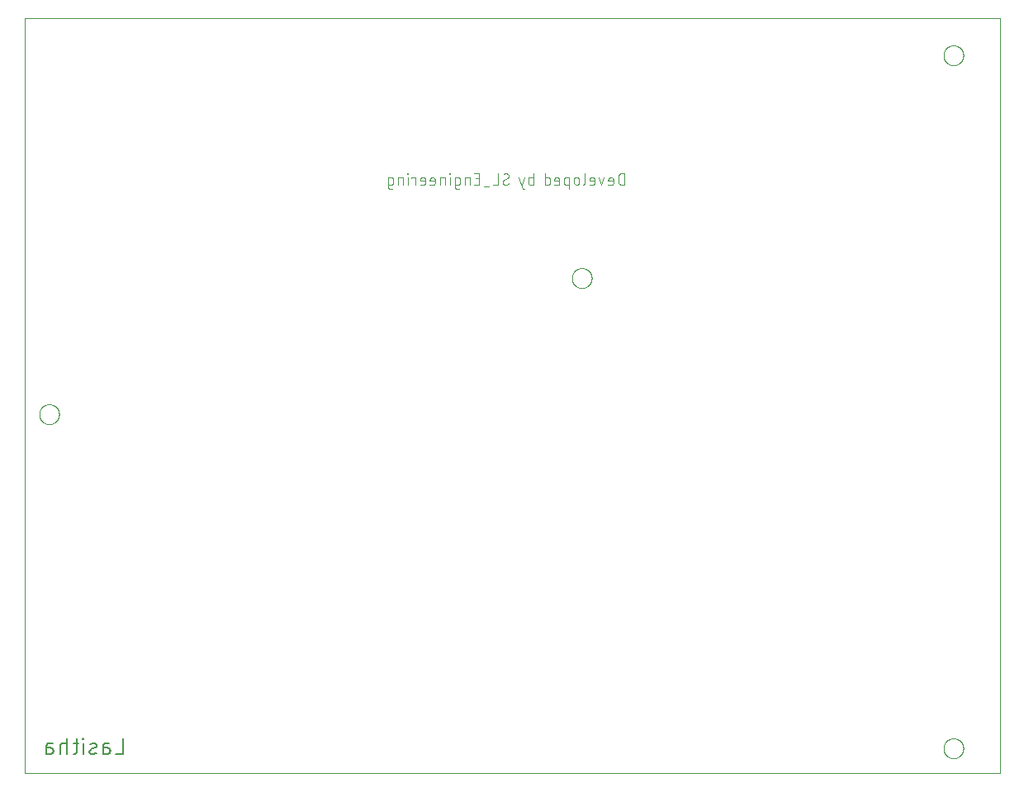
<source format=gbo>
G04 EAGLE Gerber X2 export*
%TF.Part,Single*%
%TF.FileFunction,Other,Silk bottom*%
%TF.FilePolarity,Positive*%
%TF.GenerationSoftware,Autodesk,EAGLE,8.7.0*%
%TF.CreationDate,2019-08-22T10:02:17Z*%
G75*
%MOMM*%
%FSLAX34Y34*%
%LPD*%
%AMOC8*
5,1,8,0,0,1.08239X$1,22.5*%
G01*
%ADD10C,0.000000*%
%ADD11C,0.101600*%
%ADD12C,0.152400*%


D10*
X0Y25400D02*
X1000000Y25400D01*
X1000000Y800000D01*
X0Y800000D01*
X0Y25400D01*
X942340Y762000D02*
X942343Y762249D01*
X942352Y762499D01*
X942368Y762747D01*
X942389Y762996D01*
X942416Y763244D01*
X942450Y763491D01*
X942490Y763737D01*
X942535Y763982D01*
X942587Y764226D01*
X942644Y764469D01*
X942708Y764710D01*
X942777Y764949D01*
X942853Y765187D01*
X942934Y765423D01*
X943021Y765657D01*
X943113Y765888D01*
X943212Y766117D01*
X943315Y766344D01*
X943425Y766568D01*
X943540Y766789D01*
X943660Y767008D01*
X943785Y767223D01*
X943916Y767436D01*
X944052Y767645D01*
X944193Y767850D01*
X944339Y768052D01*
X944490Y768251D01*
X944646Y768445D01*
X944807Y768636D01*
X944972Y768823D01*
X945142Y769006D01*
X945316Y769184D01*
X945494Y769358D01*
X945677Y769528D01*
X945864Y769693D01*
X946055Y769854D01*
X946249Y770010D01*
X946448Y770161D01*
X946650Y770307D01*
X946855Y770448D01*
X947064Y770584D01*
X947277Y770715D01*
X947492Y770840D01*
X947711Y770960D01*
X947932Y771075D01*
X948156Y771185D01*
X948383Y771288D01*
X948612Y771387D01*
X948843Y771479D01*
X949077Y771566D01*
X949313Y771647D01*
X949551Y771723D01*
X949790Y771792D01*
X950031Y771856D01*
X950274Y771913D01*
X950518Y771965D01*
X950763Y772010D01*
X951009Y772050D01*
X951256Y772084D01*
X951504Y772111D01*
X951753Y772132D01*
X952001Y772148D01*
X952251Y772157D01*
X952500Y772160D01*
X952749Y772157D01*
X952999Y772148D01*
X953247Y772132D01*
X953496Y772111D01*
X953744Y772084D01*
X953991Y772050D01*
X954237Y772010D01*
X954482Y771965D01*
X954726Y771913D01*
X954969Y771856D01*
X955210Y771792D01*
X955449Y771723D01*
X955687Y771647D01*
X955923Y771566D01*
X956157Y771479D01*
X956388Y771387D01*
X956617Y771288D01*
X956844Y771185D01*
X957068Y771075D01*
X957289Y770960D01*
X957508Y770840D01*
X957723Y770715D01*
X957936Y770584D01*
X958145Y770448D01*
X958350Y770307D01*
X958552Y770161D01*
X958751Y770010D01*
X958945Y769854D01*
X959136Y769693D01*
X959323Y769528D01*
X959506Y769358D01*
X959684Y769184D01*
X959858Y769006D01*
X960028Y768823D01*
X960193Y768636D01*
X960354Y768445D01*
X960510Y768251D01*
X960661Y768052D01*
X960807Y767850D01*
X960948Y767645D01*
X961084Y767436D01*
X961215Y767223D01*
X961340Y767008D01*
X961460Y766789D01*
X961575Y766568D01*
X961685Y766344D01*
X961788Y766117D01*
X961887Y765888D01*
X961979Y765657D01*
X962066Y765423D01*
X962147Y765187D01*
X962223Y764949D01*
X962292Y764710D01*
X962356Y764469D01*
X962413Y764226D01*
X962465Y763982D01*
X962510Y763737D01*
X962550Y763491D01*
X962584Y763244D01*
X962611Y762996D01*
X962632Y762747D01*
X962648Y762499D01*
X962657Y762249D01*
X962660Y762000D01*
X962657Y761751D01*
X962648Y761501D01*
X962632Y761253D01*
X962611Y761004D01*
X962584Y760756D01*
X962550Y760509D01*
X962510Y760263D01*
X962465Y760018D01*
X962413Y759774D01*
X962356Y759531D01*
X962292Y759290D01*
X962223Y759051D01*
X962147Y758813D01*
X962066Y758577D01*
X961979Y758343D01*
X961887Y758112D01*
X961788Y757883D01*
X961685Y757656D01*
X961575Y757432D01*
X961460Y757211D01*
X961340Y756992D01*
X961215Y756777D01*
X961084Y756564D01*
X960948Y756355D01*
X960807Y756150D01*
X960661Y755948D01*
X960510Y755749D01*
X960354Y755555D01*
X960193Y755364D01*
X960028Y755177D01*
X959858Y754994D01*
X959684Y754816D01*
X959506Y754642D01*
X959323Y754472D01*
X959136Y754307D01*
X958945Y754146D01*
X958751Y753990D01*
X958552Y753839D01*
X958350Y753693D01*
X958145Y753552D01*
X957936Y753416D01*
X957723Y753285D01*
X957508Y753160D01*
X957289Y753040D01*
X957068Y752925D01*
X956844Y752815D01*
X956617Y752712D01*
X956388Y752613D01*
X956157Y752521D01*
X955923Y752434D01*
X955687Y752353D01*
X955449Y752277D01*
X955210Y752208D01*
X954969Y752144D01*
X954726Y752087D01*
X954482Y752035D01*
X954237Y751990D01*
X953991Y751950D01*
X953744Y751916D01*
X953496Y751889D01*
X953247Y751868D01*
X952999Y751852D01*
X952749Y751843D01*
X952500Y751840D01*
X952251Y751843D01*
X952001Y751852D01*
X951753Y751868D01*
X951504Y751889D01*
X951256Y751916D01*
X951009Y751950D01*
X950763Y751990D01*
X950518Y752035D01*
X950274Y752087D01*
X950031Y752144D01*
X949790Y752208D01*
X949551Y752277D01*
X949313Y752353D01*
X949077Y752434D01*
X948843Y752521D01*
X948612Y752613D01*
X948383Y752712D01*
X948156Y752815D01*
X947932Y752925D01*
X947711Y753040D01*
X947492Y753160D01*
X947277Y753285D01*
X947064Y753416D01*
X946855Y753552D01*
X946650Y753693D01*
X946448Y753839D01*
X946249Y753990D01*
X946055Y754146D01*
X945864Y754307D01*
X945677Y754472D01*
X945494Y754642D01*
X945316Y754816D01*
X945142Y754994D01*
X944972Y755177D01*
X944807Y755364D01*
X944646Y755555D01*
X944490Y755749D01*
X944339Y755948D01*
X944193Y756150D01*
X944052Y756355D01*
X943916Y756564D01*
X943785Y756777D01*
X943660Y756992D01*
X943540Y757211D01*
X943425Y757432D01*
X943315Y757656D01*
X943212Y757883D01*
X943113Y758112D01*
X943021Y758343D01*
X942934Y758577D01*
X942853Y758813D01*
X942777Y759051D01*
X942708Y759290D01*
X942644Y759531D01*
X942587Y759774D01*
X942535Y760018D01*
X942490Y760263D01*
X942450Y760509D01*
X942416Y760756D01*
X942389Y761004D01*
X942368Y761253D01*
X942352Y761501D01*
X942343Y761751D01*
X942340Y762000D01*
X15240Y393700D02*
X15243Y393949D01*
X15252Y394199D01*
X15268Y394447D01*
X15289Y394696D01*
X15316Y394944D01*
X15350Y395191D01*
X15390Y395437D01*
X15435Y395682D01*
X15487Y395926D01*
X15544Y396169D01*
X15608Y396410D01*
X15677Y396649D01*
X15753Y396887D01*
X15834Y397123D01*
X15921Y397357D01*
X16013Y397588D01*
X16112Y397817D01*
X16215Y398044D01*
X16325Y398268D01*
X16440Y398489D01*
X16560Y398708D01*
X16685Y398923D01*
X16816Y399136D01*
X16952Y399345D01*
X17093Y399550D01*
X17239Y399752D01*
X17390Y399951D01*
X17546Y400145D01*
X17707Y400336D01*
X17872Y400523D01*
X18042Y400706D01*
X18216Y400884D01*
X18394Y401058D01*
X18577Y401228D01*
X18764Y401393D01*
X18955Y401554D01*
X19149Y401710D01*
X19348Y401861D01*
X19550Y402007D01*
X19755Y402148D01*
X19964Y402284D01*
X20177Y402415D01*
X20392Y402540D01*
X20611Y402660D01*
X20832Y402775D01*
X21056Y402885D01*
X21283Y402988D01*
X21512Y403087D01*
X21743Y403179D01*
X21977Y403266D01*
X22213Y403347D01*
X22451Y403423D01*
X22690Y403492D01*
X22931Y403556D01*
X23174Y403613D01*
X23418Y403665D01*
X23663Y403710D01*
X23909Y403750D01*
X24156Y403784D01*
X24404Y403811D01*
X24653Y403832D01*
X24901Y403848D01*
X25151Y403857D01*
X25400Y403860D01*
X25649Y403857D01*
X25899Y403848D01*
X26147Y403832D01*
X26396Y403811D01*
X26644Y403784D01*
X26891Y403750D01*
X27137Y403710D01*
X27382Y403665D01*
X27626Y403613D01*
X27869Y403556D01*
X28110Y403492D01*
X28349Y403423D01*
X28587Y403347D01*
X28823Y403266D01*
X29057Y403179D01*
X29288Y403087D01*
X29517Y402988D01*
X29744Y402885D01*
X29968Y402775D01*
X30189Y402660D01*
X30408Y402540D01*
X30623Y402415D01*
X30836Y402284D01*
X31045Y402148D01*
X31250Y402007D01*
X31452Y401861D01*
X31651Y401710D01*
X31845Y401554D01*
X32036Y401393D01*
X32223Y401228D01*
X32406Y401058D01*
X32584Y400884D01*
X32758Y400706D01*
X32928Y400523D01*
X33093Y400336D01*
X33254Y400145D01*
X33410Y399951D01*
X33561Y399752D01*
X33707Y399550D01*
X33848Y399345D01*
X33984Y399136D01*
X34115Y398923D01*
X34240Y398708D01*
X34360Y398489D01*
X34475Y398268D01*
X34585Y398044D01*
X34688Y397817D01*
X34787Y397588D01*
X34879Y397357D01*
X34966Y397123D01*
X35047Y396887D01*
X35123Y396649D01*
X35192Y396410D01*
X35256Y396169D01*
X35313Y395926D01*
X35365Y395682D01*
X35410Y395437D01*
X35450Y395191D01*
X35484Y394944D01*
X35511Y394696D01*
X35532Y394447D01*
X35548Y394199D01*
X35557Y393949D01*
X35560Y393700D01*
X35557Y393451D01*
X35548Y393201D01*
X35532Y392953D01*
X35511Y392704D01*
X35484Y392456D01*
X35450Y392209D01*
X35410Y391963D01*
X35365Y391718D01*
X35313Y391474D01*
X35256Y391231D01*
X35192Y390990D01*
X35123Y390751D01*
X35047Y390513D01*
X34966Y390277D01*
X34879Y390043D01*
X34787Y389812D01*
X34688Y389583D01*
X34585Y389356D01*
X34475Y389132D01*
X34360Y388911D01*
X34240Y388692D01*
X34115Y388477D01*
X33984Y388264D01*
X33848Y388055D01*
X33707Y387850D01*
X33561Y387648D01*
X33410Y387449D01*
X33254Y387255D01*
X33093Y387064D01*
X32928Y386877D01*
X32758Y386694D01*
X32584Y386516D01*
X32406Y386342D01*
X32223Y386172D01*
X32036Y386007D01*
X31845Y385846D01*
X31651Y385690D01*
X31452Y385539D01*
X31250Y385393D01*
X31045Y385252D01*
X30836Y385116D01*
X30623Y384985D01*
X30408Y384860D01*
X30189Y384740D01*
X29968Y384625D01*
X29744Y384515D01*
X29517Y384412D01*
X29288Y384313D01*
X29057Y384221D01*
X28823Y384134D01*
X28587Y384053D01*
X28349Y383977D01*
X28110Y383908D01*
X27869Y383844D01*
X27626Y383787D01*
X27382Y383735D01*
X27137Y383690D01*
X26891Y383650D01*
X26644Y383616D01*
X26396Y383589D01*
X26147Y383568D01*
X25899Y383552D01*
X25649Y383543D01*
X25400Y383540D01*
X25151Y383543D01*
X24901Y383552D01*
X24653Y383568D01*
X24404Y383589D01*
X24156Y383616D01*
X23909Y383650D01*
X23663Y383690D01*
X23418Y383735D01*
X23174Y383787D01*
X22931Y383844D01*
X22690Y383908D01*
X22451Y383977D01*
X22213Y384053D01*
X21977Y384134D01*
X21743Y384221D01*
X21512Y384313D01*
X21283Y384412D01*
X21056Y384515D01*
X20832Y384625D01*
X20611Y384740D01*
X20392Y384860D01*
X20177Y384985D01*
X19964Y385116D01*
X19755Y385252D01*
X19550Y385393D01*
X19348Y385539D01*
X19149Y385690D01*
X18955Y385846D01*
X18764Y386007D01*
X18577Y386172D01*
X18394Y386342D01*
X18216Y386516D01*
X18042Y386694D01*
X17872Y386877D01*
X17707Y387064D01*
X17546Y387255D01*
X17390Y387449D01*
X17239Y387648D01*
X17093Y387850D01*
X16952Y388055D01*
X16816Y388264D01*
X16685Y388477D01*
X16560Y388692D01*
X16440Y388911D01*
X16325Y389132D01*
X16215Y389356D01*
X16112Y389583D01*
X16013Y389812D01*
X15921Y390043D01*
X15834Y390277D01*
X15753Y390513D01*
X15677Y390751D01*
X15608Y390990D01*
X15544Y391231D01*
X15487Y391474D01*
X15435Y391718D01*
X15390Y391963D01*
X15350Y392209D01*
X15316Y392456D01*
X15289Y392704D01*
X15268Y392953D01*
X15252Y393201D01*
X15243Y393451D01*
X15240Y393700D01*
X942340Y50800D02*
X942343Y51049D01*
X942352Y51299D01*
X942368Y51547D01*
X942389Y51796D01*
X942416Y52044D01*
X942450Y52291D01*
X942490Y52537D01*
X942535Y52782D01*
X942587Y53026D01*
X942644Y53269D01*
X942708Y53510D01*
X942777Y53749D01*
X942853Y53987D01*
X942934Y54223D01*
X943021Y54457D01*
X943113Y54688D01*
X943212Y54917D01*
X943315Y55144D01*
X943425Y55368D01*
X943540Y55589D01*
X943660Y55808D01*
X943785Y56023D01*
X943916Y56236D01*
X944052Y56445D01*
X944193Y56650D01*
X944339Y56852D01*
X944490Y57051D01*
X944646Y57245D01*
X944807Y57436D01*
X944972Y57623D01*
X945142Y57806D01*
X945316Y57984D01*
X945494Y58158D01*
X945677Y58328D01*
X945864Y58493D01*
X946055Y58654D01*
X946249Y58810D01*
X946448Y58961D01*
X946650Y59107D01*
X946855Y59248D01*
X947064Y59384D01*
X947277Y59515D01*
X947492Y59640D01*
X947711Y59760D01*
X947932Y59875D01*
X948156Y59985D01*
X948383Y60088D01*
X948612Y60187D01*
X948843Y60279D01*
X949077Y60366D01*
X949313Y60447D01*
X949551Y60523D01*
X949790Y60592D01*
X950031Y60656D01*
X950274Y60713D01*
X950518Y60765D01*
X950763Y60810D01*
X951009Y60850D01*
X951256Y60884D01*
X951504Y60911D01*
X951753Y60932D01*
X952001Y60948D01*
X952251Y60957D01*
X952500Y60960D01*
X952749Y60957D01*
X952999Y60948D01*
X953247Y60932D01*
X953496Y60911D01*
X953744Y60884D01*
X953991Y60850D01*
X954237Y60810D01*
X954482Y60765D01*
X954726Y60713D01*
X954969Y60656D01*
X955210Y60592D01*
X955449Y60523D01*
X955687Y60447D01*
X955923Y60366D01*
X956157Y60279D01*
X956388Y60187D01*
X956617Y60088D01*
X956844Y59985D01*
X957068Y59875D01*
X957289Y59760D01*
X957508Y59640D01*
X957723Y59515D01*
X957936Y59384D01*
X958145Y59248D01*
X958350Y59107D01*
X958552Y58961D01*
X958751Y58810D01*
X958945Y58654D01*
X959136Y58493D01*
X959323Y58328D01*
X959506Y58158D01*
X959684Y57984D01*
X959858Y57806D01*
X960028Y57623D01*
X960193Y57436D01*
X960354Y57245D01*
X960510Y57051D01*
X960661Y56852D01*
X960807Y56650D01*
X960948Y56445D01*
X961084Y56236D01*
X961215Y56023D01*
X961340Y55808D01*
X961460Y55589D01*
X961575Y55368D01*
X961685Y55144D01*
X961788Y54917D01*
X961887Y54688D01*
X961979Y54457D01*
X962066Y54223D01*
X962147Y53987D01*
X962223Y53749D01*
X962292Y53510D01*
X962356Y53269D01*
X962413Y53026D01*
X962465Y52782D01*
X962510Y52537D01*
X962550Y52291D01*
X962584Y52044D01*
X962611Y51796D01*
X962632Y51547D01*
X962648Y51299D01*
X962657Y51049D01*
X962660Y50800D01*
X962657Y50551D01*
X962648Y50301D01*
X962632Y50053D01*
X962611Y49804D01*
X962584Y49556D01*
X962550Y49309D01*
X962510Y49063D01*
X962465Y48818D01*
X962413Y48574D01*
X962356Y48331D01*
X962292Y48090D01*
X962223Y47851D01*
X962147Y47613D01*
X962066Y47377D01*
X961979Y47143D01*
X961887Y46912D01*
X961788Y46683D01*
X961685Y46456D01*
X961575Y46232D01*
X961460Y46011D01*
X961340Y45792D01*
X961215Y45577D01*
X961084Y45364D01*
X960948Y45155D01*
X960807Y44950D01*
X960661Y44748D01*
X960510Y44549D01*
X960354Y44355D01*
X960193Y44164D01*
X960028Y43977D01*
X959858Y43794D01*
X959684Y43616D01*
X959506Y43442D01*
X959323Y43272D01*
X959136Y43107D01*
X958945Y42946D01*
X958751Y42790D01*
X958552Y42639D01*
X958350Y42493D01*
X958145Y42352D01*
X957936Y42216D01*
X957723Y42085D01*
X957508Y41960D01*
X957289Y41840D01*
X957068Y41725D01*
X956844Y41615D01*
X956617Y41512D01*
X956388Y41413D01*
X956157Y41321D01*
X955923Y41234D01*
X955687Y41153D01*
X955449Y41077D01*
X955210Y41008D01*
X954969Y40944D01*
X954726Y40887D01*
X954482Y40835D01*
X954237Y40790D01*
X953991Y40750D01*
X953744Y40716D01*
X953496Y40689D01*
X953247Y40668D01*
X952999Y40652D01*
X952749Y40643D01*
X952500Y40640D01*
X952251Y40643D01*
X952001Y40652D01*
X951753Y40668D01*
X951504Y40689D01*
X951256Y40716D01*
X951009Y40750D01*
X950763Y40790D01*
X950518Y40835D01*
X950274Y40887D01*
X950031Y40944D01*
X949790Y41008D01*
X949551Y41077D01*
X949313Y41153D01*
X949077Y41234D01*
X948843Y41321D01*
X948612Y41413D01*
X948383Y41512D01*
X948156Y41615D01*
X947932Y41725D01*
X947711Y41840D01*
X947492Y41960D01*
X947277Y42085D01*
X947064Y42216D01*
X946855Y42352D01*
X946650Y42493D01*
X946448Y42639D01*
X946249Y42790D01*
X946055Y42946D01*
X945864Y43107D01*
X945677Y43272D01*
X945494Y43442D01*
X945316Y43616D01*
X945142Y43794D01*
X944972Y43977D01*
X944807Y44164D01*
X944646Y44355D01*
X944490Y44549D01*
X944339Y44748D01*
X944193Y44950D01*
X944052Y45155D01*
X943916Y45364D01*
X943785Y45577D01*
X943660Y45792D01*
X943540Y46011D01*
X943425Y46232D01*
X943315Y46456D01*
X943212Y46683D01*
X943113Y46912D01*
X943021Y47143D01*
X942934Y47377D01*
X942853Y47613D01*
X942777Y47851D01*
X942708Y48090D01*
X942644Y48331D01*
X942587Y48574D01*
X942535Y48818D01*
X942490Y49063D01*
X942450Y49309D01*
X942416Y49556D01*
X942389Y49804D01*
X942368Y50053D01*
X942352Y50301D01*
X942343Y50551D01*
X942340Y50800D01*
X561340Y533400D02*
X561343Y533649D01*
X561352Y533899D01*
X561368Y534147D01*
X561389Y534396D01*
X561416Y534644D01*
X561450Y534891D01*
X561490Y535137D01*
X561535Y535382D01*
X561587Y535626D01*
X561644Y535869D01*
X561708Y536110D01*
X561777Y536349D01*
X561853Y536587D01*
X561934Y536823D01*
X562021Y537057D01*
X562113Y537288D01*
X562212Y537517D01*
X562315Y537744D01*
X562425Y537968D01*
X562540Y538189D01*
X562660Y538408D01*
X562785Y538623D01*
X562916Y538836D01*
X563052Y539045D01*
X563193Y539250D01*
X563339Y539452D01*
X563490Y539651D01*
X563646Y539845D01*
X563807Y540036D01*
X563972Y540223D01*
X564142Y540406D01*
X564316Y540584D01*
X564494Y540758D01*
X564677Y540928D01*
X564864Y541093D01*
X565055Y541254D01*
X565249Y541410D01*
X565448Y541561D01*
X565650Y541707D01*
X565855Y541848D01*
X566064Y541984D01*
X566277Y542115D01*
X566492Y542240D01*
X566711Y542360D01*
X566932Y542475D01*
X567156Y542585D01*
X567383Y542688D01*
X567612Y542787D01*
X567843Y542879D01*
X568077Y542966D01*
X568313Y543047D01*
X568551Y543123D01*
X568790Y543192D01*
X569031Y543256D01*
X569274Y543313D01*
X569518Y543365D01*
X569763Y543410D01*
X570009Y543450D01*
X570256Y543484D01*
X570504Y543511D01*
X570753Y543532D01*
X571001Y543548D01*
X571251Y543557D01*
X571500Y543560D01*
X571749Y543557D01*
X571999Y543548D01*
X572247Y543532D01*
X572496Y543511D01*
X572744Y543484D01*
X572991Y543450D01*
X573237Y543410D01*
X573482Y543365D01*
X573726Y543313D01*
X573969Y543256D01*
X574210Y543192D01*
X574449Y543123D01*
X574687Y543047D01*
X574923Y542966D01*
X575157Y542879D01*
X575388Y542787D01*
X575617Y542688D01*
X575844Y542585D01*
X576068Y542475D01*
X576289Y542360D01*
X576508Y542240D01*
X576723Y542115D01*
X576936Y541984D01*
X577145Y541848D01*
X577350Y541707D01*
X577552Y541561D01*
X577751Y541410D01*
X577945Y541254D01*
X578136Y541093D01*
X578323Y540928D01*
X578506Y540758D01*
X578684Y540584D01*
X578858Y540406D01*
X579028Y540223D01*
X579193Y540036D01*
X579354Y539845D01*
X579510Y539651D01*
X579661Y539452D01*
X579807Y539250D01*
X579948Y539045D01*
X580084Y538836D01*
X580215Y538623D01*
X580340Y538408D01*
X580460Y538189D01*
X580575Y537968D01*
X580685Y537744D01*
X580788Y537517D01*
X580887Y537288D01*
X580979Y537057D01*
X581066Y536823D01*
X581147Y536587D01*
X581223Y536349D01*
X581292Y536110D01*
X581356Y535869D01*
X581413Y535626D01*
X581465Y535382D01*
X581510Y535137D01*
X581550Y534891D01*
X581584Y534644D01*
X581611Y534396D01*
X581632Y534147D01*
X581648Y533899D01*
X581657Y533649D01*
X581660Y533400D01*
X581657Y533151D01*
X581648Y532901D01*
X581632Y532653D01*
X581611Y532404D01*
X581584Y532156D01*
X581550Y531909D01*
X581510Y531663D01*
X581465Y531418D01*
X581413Y531174D01*
X581356Y530931D01*
X581292Y530690D01*
X581223Y530451D01*
X581147Y530213D01*
X581066Y529977D01*
X580979Y529743D01*
X580887Y529512D01*
X580788Y529283D01*
X580685Y529056D01*
X580575Y528832D01*
X580460Y528611D01*
X580340Y528392D01*
X580215Y528177D01*
X580084Y527964D01*
X579948Y527755D01*
X579807Y527550D01*
X579661Y527348D01*
X579510Y527149D01*
X579354Y526955D01*
X579193Y526764D01*
X579028Y526577D01*
X578858Y526394D01*
X578684Y526216D01*
X578506Y526042D01*
X578323Y525872D01*
X578136Y525707D01*
X577945Y525546D01*
X577751Y525390D01*
X577552Y525239D01*
X577350Y525093D01*
X577145Y524952D01*
X576936Y524816D01*
X576723Y524685D01*
X576508Y524560D01*
X576289Y524440D01*
X576068Y524325D01*
X575844Y524215D01*
X575617Y524112D01*
X575388Y524013D01*
X575157Y523921D01*
X574923Y523834D01*
X574687Y523753D01*
X574449Y523677D01*
X574210Y523608D01*
X573969Y523544D01*
X573726Y523487D01*
X573482Y523435D01*
X573237Y523390D01*
X572991Y523350D01*
X572744Y523316D01*
X572496Y523289D01*
X572247Y523268D01*
X571999Y523252D01*
X571749Y523243D01*
X571500Y523240D01*
X571251Y523243D01*
X571001Y523252D01*
X570753Y523268D01*
X570504Y523289D01*
X570256Y523316D01*
X570009Y523350D01*
X569763Y523390D01*
X569518Y523435D01*
X569274Y523487D01*
X569031Y523544D01*
X568790Y523608D01*
X568551Y523677D01*
X568313Y523753D01*
X568077Y523834D01*
X567843Y523921D01*
X567612Y524013D01*
X567383Y524112D01*
X567156Y524215D01*
X566932Y524325D01*
X566711Y524440D01*
X566492Y524560D01*
X566277Y524685D01*
X566064Y524816D01*
X565855Y524952D01*
X565650Y525093D01*
X565448Y525239D01*
X565249Y525390D01*
X565055Y525546D01*
X564864Y525707D01*
X564677Y525872D01*
X564494Y526042D01*
X564316Y526216D01*
X564142Y526394D01*
X563972Y526577D01*
X563807Y526764D01*
X563646Y526955D01*
X563490Y527149D01*
X563339Y527348D01*
X563193Y527550D01*
X563052Y527755D01*
X562916Y527964D01*
X562785Y528177D01*
X562660Y528392D01*
X562540Y528611D01*
X562425Y528832D01*
X562315Y529056D01*
X562212Y529283D01*
X562113Y529512D01*
X562021Y529743D01*
X561934Y529977D01*
X561853Y530213D01*
X561777Y530451D01*
X561708Y530690D01*
X561644Y530931D01*
X561587Y531174D01*
X561535Y531418D01*
X561490Y531663D01*
X561450Y531909D01*
X561416Y532156D01*
X561389Y532404D01*
X561368Y532653D01*
X561352Y532901D01*
X561343Y533151D01*
X561340Y533400D01*
D11*
X615442Y629158D02*
X615442Y640842D01*
X612196Y640842D01*
X612083Y640840D01*
X611970Y640834D01*
X611857Y640824D01*
X611744Y640810D01*
X611632Y640793D01*
X611521Y640771D01*
X611411Y640746D01*
X611301Y640716D01*
X611193Y640683D01*
X611086Y640646D01*
X610980Y640606D01*
X610876Y640561D01*
X610773Y640513D01*
X610672Y640462D01*
X610573Y640407D01*
X610476Y640349D01*
X610381Y640287D01*
X610288Y640222D01*
X610198Y640154D01*
X610110Y640083D01*
X610024Y640008D01*
X609941Y639931D01*
X609861Y639851D01*
X609784Y639768D01*
X609709Y639682D01*
X609638Y639594D01*
X609570Y639504D01*
X609505Y639411D01*
X609443Y639316D01*
X609385Y639219D01*
X609330Y639120D01*
X609279Y639019D01*
X609231Y638916D01*
X609186Y638812D01*
X609146Y638706D01*
X609109Y638599D01*
X609076Y638491D01*
X609046Y638381D01*
X609021Y638271D01*
X608999Y638160D01*
X608982Y638048D01*
X608968Y637935D01*
X608958Y637822D01*
X608952Y637709D01*
X608950Y637596D01*
X608951Y637596D02*
X608951Y632404D01*
X608950Y632404D02*
X608952Y632291D01*
X608958Y632178D01*
X608968Y632065D01*
X608982Y631952D01*
X608999Y631840D01*
X609021Y631729D01*
X609046Y631619D01*
X609076Y631509D01*
X609109Y631401D01*
X609146Y631294D01*
X609186Y631188D01*
X609231Y631084D01*
X609279Y630981D01*
X609330Y630880D01*
X609385Y630781D01*
X609443Y630684D01*
X609505Y630589D01*
X609570Y630496D01*
X609638Y630406D01*
X609709Y630318D01*
X609784Y630232D01*
X609861Y630149D01*
X609941Y630069D01*
X610024Y629992D01*
X610110Y629917D01*
X610198Y629846D01*
X610288Y629778D01*
X610381Y629713D01*
X610476Y629651D01*
X610573Y629593D01*
X610672Y629538D01*
X610773Y629487D01*
X610876Y629439D01*
X610980Y629394D01*
X611086Y629354D01*
X611193Y629317D01*
X611301Y629284D01*
X611411Y629254D01*
X611521Y629229D01*
X611632Y629207D01*
X611744Y629190D01*
X611857Y629176D01*
X611970Y629166D01*
X612083Y629160D01*
X612196Y629158D01*
X615442Y629158D01*
X601797Y629158D02*
X598551Y629158D01*
X601797Y629158D02*
X601884Y629160D01*
X601972Y629166D01*
X602058Y629176D01*
X602145Y629189D01*
X602230Y629207D01*
X602315Y629228D01*
X602399Y629253D01*
X602481Y629282D01*
X602562Y629315D01*
X602642Y629351D01*
X602720Y629390D01*
X602796Y629434D01*
X602870Y629480D01*
X602941Y629530D01*
X603011Y629583D01*
X603078Y629639D01*
X603142Y629698D01*
X603204Y629760D01*
X603263Y629824D01*
X603319Y629891D01*
X603372Y629961D01*
X603422Y630032D01*
X603468Y630106D01*
X603512Y630182D01*
X603551Y630260D01*
X603587Y630340D01*
X603620Y630421D01*
X603649Y630503D01*
X603674Y630587D01*
X603695Y630672D01*
X603713Y630757D01*
X603726Y630844D01*
X603736Y630930D01*
X603742Y631018D01*
X603744Y631105D01*
X603744Y634351D01*
X603743Y634351D02*
X603741Y634452D01*
X603735Y634552D01*
X603725Y634652D01*
X603712Y634752D01*
X603694Y634851D01*
X603673Y634950D01*
X603648Y635047D01*
X603619Y635144D01*
X603586Y635239D01*
X603550Y635333D01*
X603510Y635425D01*
X603467Y635516D01*
X603420Y635605D01*
X603370Y635692D01*
X603316Y635778D01*
X603259Y635861D01*
X603199Y635941D01*
X603136Y636020D01*
X603069Y636096D01*
X603000Y636169D01*
X602928Y636239D01*
X602854Y636307D01*
X602777Y636372D01*
X602697Y636433D01*
X602615Y636492D01*
X602531Y636547D01*
X602445Y636599D01*
X602357Y636648D01*
X602267Y636693D01*
X602175Y636735D01*
X602082Y636773D01*
X601987Y636807D01*
X601892Y636838D01*
X601795Y636865D01*
X601697Y636888D01*
X601598Y636908D01*
X601498Y636923D01*
X601398Y636935D01*
X601298Y636943D01*
X601197Y636947D01*
X601097Y636947D01*
X600996Y636943D01*
X600896Y636935D01*
X600796Y636923D01*
X600696Y636908D01*
X600597Y636888D01*
X600499Y636865D01*
X600402Y636838D01*
X600307Y636807D01*
X600212Y636773D01*
X600119Y636735D01*
X600027Y636693D01*
X599937Y636648D01*
X599849Y636599D01*
X599763Y636547D01*
X599679Y636492D01*
X599597Y636433D01*
X599517Y636372D01*
X599440Y636307D01*
X599366Y636239D01*
X599294Y636169D01*
X599225Y636096D01*
X599158Y636020D01*
X599095Y635941D01*
X599035Y635861D01*
X598978Y635778D01*
X598924Y635692D01*
X598874Y635605D01*
X598827Y635516D01*
X598784Y635425D01*
X598744Y635333D01*
X598708Y635239D01*
X598675Y635144D01*
X598646Y635047D01*
X598621Y634950D01*
X598600Y634851D01*
X598582Y634752D01*
X598569Y634652D01*
X598559Y634552D01*
X598553Y634452D01*
X598551Y634351D01*
X598551Y633053D01*
X603744Y633053D01*
X594219Y636947D02*
X591622Y629158D01*
X589026Y636947D01*
X582747Y629158D02*
X579501Y629158D01*
X582747Y629158D02*
X582834Y629160D01*
X582922Y629166D01*
X583008Y629176D01*
X583095Y629189D01*
X583180Y629207D01*
X583265Y629228D01*
X583349Y629253D01*
X583431Y629282D01*
X583512Y629315D01*
X583592Y629351D01*
X583670Y629390D01*
X583746Y629434D01*
X583820Y629480D01*
X583891Y629530D01*
X583961Y629583D01*
X584028Y629639D01*
X584092Y629698D01*
X584154Y629760D01*
X584213Y629824D01*
X584269Y629891D01*
X584322Y629961D01*
X584372Y630032D01*
X584418Y630106D01*
X584462Y630182D01*
X584501Y630260D01*
X584537Y630340D01*
X584570Y630421D01*
X584599Y630503D01*
X584624Y630587D01*
X584645Y630672D01*
X584663Y630757D01*
X584676Y630844D01*
X584686Y630930D01*
X584692Y631018D01*
X584694Y631105D01*
X584694Y634351D01*
X584693Y634351D02*
X584691Y634452D01*
X584685Y634552D01*
X584675Y634652D01*
X584662Y634752D01*
X584644Y634851D01*
X584623Y634950D01*
X584598Y635047D01*
X584569Y635144D01*
X584536Y635239D01*
X584500Y635333D01*
X584460Y635425D01*
X584417Y635516D01*
X584370Y635605D01*
X584320Y635692D01*
X584266Y635778D01*
X584209Y635861D01*
X584149Y635941D01*
X584086Y636020D01*
X584019Y636096D01*
X583950Y636169D01*
X583878Y636239D01*
X583804Y636307D01*
X583727Y636372D01*
X583647Y636433D01*
X583565Y636492D01*
X583481Y636547D01*
X583395Y636599D01*
X583307Y636648D01*
X583217Y636693D01*
X583125Y636735D01*
X583032Y636773D01*
X582937Y636807D01*
X582842Y636838D01*
X582745Y636865D01*
X582647Y636888D01*
X582548Y636908D01*
X582448Y636923D01*
X582348Y636935D01*
X582248Y636943D01*
X582147Y636947D01*
X582047Y636947D01*
X581946Y636943D01*
X581846Y636935D01*
X581746Y636923D01*
X581646Y636908D01*
X581547Y636888D01*
X581449Y636865D01*
X581352Y636838D01*
X581257Y636807D01*
X581162Y636773D01*
X581069Y636735D01*
X580977Y636693D01*
X580887Y636648D01*
X580799Y636599D01*
X580713Y636547D01*
X580629Y636492D01*
X580547Y636433D01*
X580467Y636372D01*
X580390Y636307D01*
X580316Y636239D01*
X580244Y636169D01*
X580175Y636096D01*
X580108Y636020D01*
X580045Y635941D01*
X579985Y635861D01*
X579928Y635778D01*
X579874Y635692D01*
X579824Y635605D01*
X579777Y635516D01*
X579734Y635425D01*
X579694Y635333D01*
X579658Y635239D01*
X579625Y635144D01*
X579596Y635047D01*
X579571Y634950D01*
X579550Y634851D01*
X579532Y634752D01*
X579519Y634652D01*
X579509Y634552D01*
X579503Y634452D01*
X579501Y634351D01*
X579501Y633053D01*
X584694Y633053D01*
X574638Y631105D02*
X574638Y640842D01*
X574638Y631105D02*
X574636Y631018D01*
X574630Y630930D01*
X574620Y630844D01*
X574607Y630757D01*
X574589Y630672D01*
X574568Y630587D01*
X574543Y630503D01*
X574514Y630421D01*
X574481Y630340D01*
X574445Y630260D01*
X574406Y630182D01*
X574362Y630106D01*
X574316Y630032D01*
X574266Y629961D01*
X574213Y629891D01*
X574157Y629824D01*
X574098Y629760D01*
X574036Y629698D01*
X573972Y629639D01*
X573905Y629583D01*
X573835Y629530D01*
X573764Y629480D01*
X573690Y629434D01*
X573614Y629390D01*
X573536Y629351D01*
X573456Y629315D01*
X573375Y629282D01*
X573293Y629253D01*
X573209Y629228D01*
X573124Y629207D01*
X573039Y629189D01*
X572952Y629176D01*
X572866Y629166D01*
X572778Y629160D01*
X572691Y629158D01*
X568692Y631754D02*
X568692Y634351D01*
X568690Y634452D01*
X568684Y634552D01*
X568674Y634652D01*
X568661Y634752D01*
X568643Y634851D01*
X568622Y634950D01*
X568597Y635047D01*
X568568Y635144D01*
X568535Y635239D01*
X568499Y635333D01*
X568459Y635425D01*
X568416Y635516D01*
X568369Y635605D01*
X568319Y635692D01*
X568265Y635778D01*
X568208Y635861D01*
X568148Y635941D01*
X568085Y636020D01*
X568018Y636096D01*
X567949Y636169D01*
X567877Y636239D01*
X567803Y636307D01*
X567726Y636372D01*
X567646Y636433D01*
X567564Y636492D01*
X567480Y636547D01*
X567394Y636599D01*
X567306Y636648D01*
X567216Y636693D01*
X567124Y636735D01*
X567031Y636773D01*
X566936Y636807D01*
X566841Y636838D01*
X566744Y636865D01*
X566646Y636888D01*
X566547Y636908D01*
X566447Y636923D01*
X566347Y636935D01*
X566247Y636943D01*
X566146Y636947D01*
X566046Y636947D01*
X565945Y636943D01*
X565845Y636935D01*
X565745Y636923D01*
X565645Y636908D01*
X565546Y636888D01*
X565448Y636865D01*
X565351Y636838D01*
X565256Y636807D01*
X565161Y636773D01*
X565068Y636735D01*
X564976Y636693D01*
X564886Y636648D01*
X564798Y636599D01*
X564712Y636547D01*
X564628Y636492D01*
X564546Y636433D01*
X564466Y636372D01*
X564389Y636307D01*
X564315Y636239D01*
X564243Y636169D01*
X564174Y636096D01*
X564107Y636020D01*
X564044Y635941D01*
X563984Y635861D01*
X563927Y635778D01*
X563873Y635692D01*
X563823Y635605D01*
X563776Y635516D01*
X563733Y635425D01*
X563693Y635333D01*
X563657Y635239D01*
X563624Y635144D01*
X563595Y635047D01*
X563570Y634950D01*
X563549Y634851D01*
X563531Y634752D01*
X563518Y634652D01*
X563508Y634552D01*
X563502Y634452D01*
X563500Y634351D01*
X563499Y634351D02*
X563499Y631754D01*
X563500Y631754D02*
X563502Y631653D01*
X563508Y631553D01*
X563518Y631453D01*
X563531Y631353D01*
X563549Y631254D01*
X563570Y631155D01*
X563595Y631058D01*
X563624Y630961D01*
X563657Y630866D01*
X563693Y630772D01*
X563733Y630680D01*
X563776Y630589D01*
X563823Y630500D01*
X563873Y630413D01*
X563927Y630327D01*
X563984Y630244D01*
X564044Y630164D01*
X564107Y630085D01*
X564174Y630009D01*
X564243Y629936D01*
X564315Y629866D01*
X564389Y629798D01*
X564466Y629733D01*
X564546Y629672D01*
X564628Y629613D01*
X564712Y629558D01*
X564798Y629506D01*
X564886Y629457D01*
X564976Y629412D01*
X565068Y629370D01*
X565161Y629332D01*
X565256Y629298D01*
X565351Y629267D01*
X565448Y629240D01*
X565546Y629217D01*
X565645Y629197D01*
X565745Y629182D01*
X565845Y629170D01*
X565945Y629162D01*
X566046Y629158D01*
X566146Y629158D01*
X566247Y629162D01*
X566347Y629170D01*
X566447Y629182D01*
X566547Y629197D01*
X566646Y629217D01*
X566744Y629240D01*
X566841Y629267D01*
X566936Y629298D01*
X567031Y629332D01*
X567124Y629370D01*
X567216Y629412D01*
X567306Y629457D01*
X567394Y629506D01*
X567480Y629558D01*
X567564Y629613D01*
X567646Y629672D01*
X567726Y629733D01*
X567803Y629798D01*
X567877Y629866D01*
X567949Y629936D01*
X568018Y630009D01*
X568085Y630085D01*
X568148Y630164D01*
X568208Y630244D01*
X568265Y630327D01*
X568319Y630413D01*
X568369Y630500D01*
X568416Y630589D01*
X568459Y630680D01*
X568499Y630772D01*
X568535Y630866D01*
X568568Y630961D01*
X568597Y631058D01*
X568622Y631155D01*
X568643Y631254D01*
X568661Y631353D01*
X568674Y631453D01*
X568684Y631553D01*
X568690Y631653D01*
X568692Y631754D01*
X558346Y636947D02*
X558346Y625263D01*
X558346Y636947D02*
X555101Y636947D01*
X555014Y636945D01*
X554926Y636939D01*
X554840Y636929D01*
X554753Y636916D01*
X554668Y636898D01*
X554583Y636877D01*
X554499Y636852D01*
X554417Y636823D01*
X554336Y636790D01*
X554256Y636754D01*
X554178Y636715D01*
X554102Y636671D01*
X554028Y636625D01*
X553957Y636575D01*
X553887Y636522D01*
X553820Y636466D01*
X553756Y636407D01*
X553694Y636346D01*
X553635Y636281D01*
X553579Y636214D01*
X553526Y636144D01*
X553476Y636073D01*
X553430Y635999D01*
X553387Y635923D01*
X553347Y635845D01*
X553311Y635765D01*
X553278Y635684D01*
X553249Y635602D01*
X553224Y635518D01*
X553203Y635433D01*
X553185Y635348D01*
X553172Y635261D01*
X553162Y635175D01*
X553156Y635087D01*
X553154Y635000D01*
X553153Y635000D02*
X553153Y631105D01*
X553154Y631105D02*
X553156Y631018D01*
X553162Y630930D01*
X553172Y630844D01*
X553185Y630757D01*
X553203Y630672D01*
X553224Y630587D01*
X553249Y630503D01*
X553278Y630421D01*
X553311Y630340D01*
X553347Y630260D01*
X553386Y630182D01*
X553430Y630106D01*
X553476Y630032D01*
X553526Y629961D01*
X553579Y629891D01*
X553635Y629824D01*
X553694Y629759D01*
X553756Y629698D01*
X553820Y629639D01*
X553887Y629583D01*
X553957Y629530D01*
X554028Y629480D01*
X554102Y629434D01*
X554178Y629390D01*
X554256Y629351D01*
X554336Y629315D01*
X554417Y629282D01*
X554499Y629253D01*
X554583Y629228D01*
X554668Y629207D01*
X554753Y629189D01*
X554840Y629176D01*
X554927Y629166D01*
X555014Y629160D01*
X555101Y629158D01*
X558346Y629158D01*
X546552Y629158D02*
X543306Y629158D01*
X546552Y629158D02*
X546639Y629160D01*
X546727Y629166D01*
X546813Y629176D01*
X546900Y629189D01*
X546985Y629207D01*
X547070Y629228D01*
X547154Y629253D01*
X547236Y629282D01*
X547317Y629315D01*
X547397Y629351D01*
X547475Y629390D01*
X547551Y629434D01*
X547625Y629480D01*
X547696Y629530D01*
X547766Y629583D01*
X547833Y629639D01*
X547897Y629698D01*
X547959Y629760D01*
X548018Y629824D01*
X548074Y629891D01*
X548127Y629961D01*
X548177Y630032D01*
X548223Y630106D01*
X548267Y630182D01*
X548306Y630260D01*
X548342Y630340D01*
X548375Y630421D01*
X548404Y630503D01*
X548429Y630587D01*
X548450Y630672D01*
X548468Y630757D01*
X548481Y630844D01*
X548491Y630930D01*
X548497Y631018D01*
X548499Y631105D01*
X548499Y634351D01*
X548497Y634452D01*
X548491Y634552D01*
X548481Y634652D01*
X548468Y634752D01*
X548450Y634851D01*
X548429Y634950D01*
X548404Y635047D01*
X548375Y635144D01*
X548342Y635239D01*
X548306Y635333D01*
X548266Y635425D01*
X548223Y635516D01*
X548176Y635605D01*
X548126Y635692D01*
X548072Y635778D01*
X548015Y635861D01*
X547955Y635941D01*
X547892Y636020D01*
X547825Y636096D01*
X547756Y636169D01*
X547684Y636239D01*
X547610Y636307D01*
X547533Y636372D01*
X547453Y636433D01*
X547371Y636492D01*
X547287Y636547D01*
X547201Y636599D01*
X547113Y636648D01*
X547023Y636693D01*
X546931Y636735D01*
X546838Y636773D01*
X546743Y636807D01*
X546648Y636838D01*
X546551Y636865D01*
X546453Y636888D01*
X546354Y636908D01*
X546254Y636923D01*
X546154Y636935D01*
X546054Y636943D01*
X545953Y636947D01*
X545853Y636947D01*
X545752Y636943D01*
X545652Y636935D01*
X545552Y636923D01*
X545452Y636908D01*
X545353Y636888D01*
X545255Y636865D01*
X545158Y636838D01*
X545063Y636807D01*
X544968Y636773D01*
X544875Y636735D01*
X544783Y636693D01*
X544693Y636648D01*
X544605Y636599D01*
X544519Y636547D01*
X544435Y636492D01*
X544353Y636433D01*
X544273Y636372D01*
X544196Y636307D01*
X544122Y636239D01*
X544050Y636169D01*
X543981Y636096D01*
X543914Y636020D01*
X543851Y635941D01*
X543791Y635861D01*
X543734Y635778D01*
X543680Y635692D01*
X543630Y635605D01*
X543583Y635516D01*
X543540Y635425D01*
X543500Y635333D01*
X543464Y635239D01*
X543431Y635144D01*
X543402Y635047D01*
X543377Y634950D01*
X543356Y634851D01*
X543338Y634752D01*
X543325Y634652D01*
X543315Y634552D01*
X543309Y634452D01*
X543307Y634351D01*
X543306Y634351D02*
X543306Y633053D01*
X548499Y633053D01*
X533459Y629158D02*
X533459Y640842D01*
X533459Y629158D02*
X536705Y629158D01*
X536792Y629160D01*
X536880Y629166D01*
X536966Y629176D01*
X537053Y629189D01*
X537138Y629207D01*
X537223Y629228D01*
X537307Y629253D01*
X537389Y629282D01*
X537470Y629315D01*
X537550Y629351D01*
X537628Y629390D01*
X537704Y629434D01*
X537778Y629480D01*
X537849Y629530D01*
X537919Y629583D01*
X537986Y629639D01*
X538050Y629698D01*
X538112Y629760D01*
X538171Y629824D01*
X538227Y629891D01*
X538280Y629961D01*
X538330Y630032D01*
X538376Y630106D01*
X538420Y630182D01*
X538459Y630260D01*
X538495Y630340D01*
X538528Y630421D01*
X538557Y630503D01*
X538582Y630587D01*
X538603Y630672D01*
X538621Y630757D01*
X538634Y630844D01*
X538644Y630930D01*
X538650Y631018D01*
X538652Y631105D01*
X538652Y635000D01*
X538650Y635087D01*
X538644Y635175D01*
X538634Y635261D01*
X538621Y635348D01*
X538603Y635433D01*
X538582Y635518D01*
X538557Y635602D01*
X538528Y635684D01*
X538495Y635765D01*
X538459Y635845D01*
X538420Y635923D01*
X538376Y635999D01*
X538330Y636073D01*
X538280Y636144D01*
X538227Y636214D01*
X538171Y636281D01*
X538112Y636345D01*
X538050Y636407D01*
X537986Y636466D01*
X537919Y636522D01*
X537849Y636575D01*
X537778Y636625D01*
X537704Y636671D01*
X537628Y636715D01*
X537550Y636754D01*
X537470Y636790D01*
X537389Y636823D01*
X537307Y636852D01*
X537223Y636877D01*
X537138Y636898D01*
X537053Y636916D01*
X536966Y636929D01*
X536880Y636939D01*
X536792Y636945D01*
X536705Y636947D01*
X533459Y636947D01*
X521770Y640842D02*
X521770Y629158D01*
X518525Y629158D01*
X518438Y629160D01*
X518350Y629166D01*
X518264Y629176D01*
X518177Y629189D01*
X518092Y629207D01*
X518007Y629228D01*
X517923Y629253D01*
X517841Y629282D01*
X517760Y629315D01*
X517680Y629351D01*
X517602Y629390D01*
X517526Y629434D01*
X517452Y629480D01*
X517381Y629530D01*
X517311Y629583D01*
X517244Y629639D01*
X517180Y629698D01*
X517118Y629759D01*
X517059Y629824D01*
X517003Y629891D01*
X516950Y629961D01*
X516900Y630032D01*
X516854Y630106D01*
X516811Y630182D01*
X516771Y630260D01*
X516735Y630340D01*
X516702Y630421D01*
X516673Y630503D01*
X516648Y630587D01*
X516627Y630672D01*
X516609Y630757D01*
X516596Y630844D01*
X516586Y630930D01*
X516580Y631018D01*
X516578Y631105D01*
X516577Y631105D02*
X516577Y635000D01*
X516578Y635000D02*
X516580Y635087D01*
X516586Y635175D01*
X516596Y635261D01*
X516609Y635348D01*
X516627Y635433D01*
X516648Y635518D01*
X516673Y635602D01*
X516702Y635684D01*
X516735Y635765D01*
X516771Y635845D01*
X516810Y635923D01*
X516854Y635999D01*
X516900Y636073D01*
X516950Y636144D01*
X517003Y636214D01*
X517059Y636281D01*
X517118Y636346D01*
X517180Y636407D01*
X517244Y636466D01*
X517311Y636522D01*
X517381Y636575D01*
X517452Y636625D01*
X517526Y636671D01*
X517602Y636715D01*
X517680Y636754D01*
X517760Y636790D01*
X517841Y636823D01*
X517923Y636852D01*
X518007Y636877D01*
X518092Y636898D01*
X518177Y636916D01*
X518264Y636929D01*
X518351Y636939D01*
X518438Y636945D01*
X518525Y636947D01*
X521770Y636947D01*
X512304Y625263D02*
X511006Y625263D01*
X507111Y636947D01*
X512304Y636947D02*
X509708Y629158D01*
X493057Y629158D02*
X492958Y629160D01*
X492858Y629166D01*
X492759Y629175D01*
X492661Y629188D01*
X492563Y629205D01*
X492465Y629226D01*
X492369Y629251D01*
X492274Y629279D01*
X492180Y629311D01*
X492087Y629346D01*
X491995Y629385D01*
X491905Y629428D01*
X491817Y629473D01*
X491730Y629523D01*
X491646Y629575D01*
X491563Y629631D01*
X491483Y629689D01*
X491405Y629751D01*
X491330Y629816D01*
X491257Y629884D01*
X491187Y629954D01*
X491119Y630027D01*
X491054Y630102D01*
X490992Y630180D01*
X490934Y630260D01*
X490878Y630343D01*
X490826Y630427D01*
X490776Y630514D01*
X490731Y630602D01*
X490688Y630692D01*
X490649Y630784D01*
X490614Y630877D01*
X490582Y630971D01*
X490554Y631066D01*
X490529Y631162D01*
X490508Y631260D01*
X490491Y631358D01*
X490478Y631456D01*
X490469Y631555D01*
X490463Y631655D01*
X490461Y631754D01*
X493057Y629158D02*
X493201Y629160D01*
X493346Y629166D01*
X493490Y629175D01*
X493633Y629188D01*
X493777Y629205D01*
X493920Y629226D01*
X494062Y629251D01*
X494203Y629279D01*
X494344Y629311D01*
X494484Y629347D01*
X494623Y629386D01*
X494761Y629429D01*
X494897Y629476D01*
X495033Y629526D01*
X495167Y629580D01*
X495299Y629637D01*
X495430Y629698D01*
X495559Y629762D01*
X495687Y629830D01*
X495813Y629901D01*
X495937Y629975D01*
X496058Y630052D01*
X496178Y630133D01*
X496296Y630216D01*
X496411Y630303D01*
X496524Y630393D01*
X496635Y630486D01*
X496743Y630581D01*
X496849Y630680D01*
X496952Y630781D01*
X496626Y638246D02*
X496624Y638345D01*
X496618Y638445D01*
X496609Y638544D01*
X496596Y638642D01*
X496579Y638740D01*
X496558Y638838D01*
X496533Y638934D01*
X496505Y639029D01*
X496473Y639123D01*
X496438Y639216D01*
X496399Y639308D01*
X496356Y639398D01*
X496311Y639486D01*
X496261Y639573D01*
X496209Y639657D01*
X496153Y639740D01*
X496095Y639820D01*
X496033Y639898D01*
X495968Y639973D01*
X495900Y640046D01*
X495830Y640116D01*
X495757Y640184D01*
X495682Y640249D01*
X495604Y640311D01*
X495524Y640369D01*
X495441Y640425D01*
X495357Y640477D01*
X495270Y640527D01*
X495182Y640572D01*
X495092Y640615D01*
X495000Y640654D01*
X494907Y640689D01*
X494813Y640721D01*
X494718Y640749D01*
X494622Y640774D01*
X494524Y640795D01*
X494426Y640812D01*
X494328Y640825D01*
X494229Y640834D01*
X494129Y640840D01*
X494030Y640842D01*
X493894Y640840D01*
X493758Y640834D01*
X493622Y640825D01*
X493486Y640812D01*
X493351Y640794D01*
X493217Y640774D01*
X493083Y640749D01*
X492949Y640721D01*
X492817Y640688D01*
X492686Y640653D01*
X492555Y640613D01*
X492426Y640570D01*
X492298Y640524D01*
X492172Y640473D01*
X492046Y640420D01*
X491923Y640362D01*
X491801Y640302D01*
X491681Y640238D01*
X491562Y640170D01*
X491446Y640100D01*
X491332Y640026D01*
X491219Y639949D01*
X491109Y639868D01*
X495329Y635974D02*
X495415Y636027D01*
X495499Y636084D01*
X495581Y636143D01*
X495661Y636206D01*
X495738Y636272D01*
X495813Y636340D01*
X495885Y636412D01*
X495954Y636486D01*
X496020Y636563D01*
X496083Y636642D01*
X496143Y636724D01*
X496200Y636808D01*
X496254Y636894D01*
X496304Y636982D01*
X496351Y637072D01*
X496395Y637163D01*
X496434Y637257D01*
X496471Y637351D01*
X496503Y637447D01*
X496532Y637545D01*
X496557Y637643D01*
X496578Y637742D01*
X496596Y637842D01*
X496609Y637942D01*
X496619Y638043D01*
X496625Y638145D01*
X496627Y638246D01*
X491758Y634026D02*
X491672Y633973D01*
X491588Y633916D01*
X491506Y633857D01*
X491426Y633794D01*
X491349Y633728D01*
X491274Y633660D01*
X491202Y633588D01*
X491133Y633514D01*
X491067Y633437D01*
X491004Y633358D01*
X490944Y633276D01*
X490887Y633192D01*
X490833Y633106D01*
X490783Y633018D01*
X490736Y632928D01*
X490692Y632837D01*
X490653Y632743D01*
X490616Y632649D01*
X490584Y632553D01*
X490555Y632455D01*
X490530Y632357D01*
X490509Y632258D01*
X490491Y632158D01*
X490478Y632058D01*
X490468Y631957D01*
X490462Y631855D01*
X490460Y631754D01*
X491758Y634026D02*
X495328Y635974D01*
X485499Y640842D02*
X485499Y629158D01*
X480306Y629158D01*
X476490Y627860D02*
X471297Y627860D01*
X466449Y629158D02*
X461256Y629158D01*
X466449Y629158D02*
X466449Y640842D01*
X461256Y640842D01*
X462554Y635649D02*
X466449Y635649D01*
X456678Y636947D02*
X456678Y629158D01*
X456678Y636947D02*
X453433Y636947D01*
X453346Y636945D01*
X453258Y636939D01*
X453172Y636929D01*
X453085Y636916D01*
X453000Y636898D01*
X452915Y636877D01*
X452831Y636852D01*
X452749Y636823D01*
X452668Y636790D01*
X452588Y636754D01*
X452510Y636715D01*
X452434Y636671D01*
X452360Y636625D01*
X452289Y636575D01*
X452219Y636522D01*
X452152Y636466D01*
X452088Y636407D01*
X452026Y636346D01*
X451967Y636281D01*
X451911Y636214D01*
X451858Y636144D01*
X451808Y636073D01*
X451762Y635999D01*
X451719Y635923D01*
X451679Y635845D01*
X451643Y635765D01*
X451610Y635684D01*
X451581Y635602D01*
X451556Y635518D01*
X451535Y635433D01*
X451517Y635348D01*
X451504Y635261D01*
X451494Y635175D01*
X451488Y635087D01*
X451486Y635000D01*
X451485Y635000D02*
X451485Y629158D01*
X444503Y629158D02*
X441257Y629158D01*
X444503Y629158D02*
X444590Y629160D01*
X444678Y629166D01*
X444764Y629176D01*
X444851Y629189D01*
X444936Y629207D01*
X445021Y629228D01*
X445105Y629253D01*
X445187Y629282D01*
X445268Y629315D01*
X445348Y629351D01*
X445426Y629390D01*
X445502Y629434D01*
X445576Y629480D01*
X445647Y629530D01*
X445717Y629583D01*
X445784Y629639D01*
X445848Y629698D01*
X445910Y629760D01*
X445969Y629824D01*
X446025Y629891D01*
X446078Y629961D01*
X446128Y630032D01*
X446174Y630106D01*
X446218Y630182D01*
X446257Y630260D01*
X446293Y630340D01*
X446326Y630421D01*
X446355Y630503D01*
X446380Y630587D01*
X446401Y630672D01*
X446419Y630757D01*
X446432Y630844D01*
X446442Y630930D01*
X446448Y631018D01*
X446450Y631105D01*
X446450Y635000D01*
X446448Y635087D01*
X446442Y635175D01*
X446432Y635261D01*
X446419Y635348D01*
X446401Y635433D01*
X446380Y635518D01*
X446355Y635602D01*
X446326Y635684D01*
X446293Y635765D01*
X446257Y635845D01*
X446218Y635923D01*
X446174Y635999D01*
X446128Y636073D01*
X446078Y636144D01*
X446025Y636214D01*
X445969Y636281D01*
X445910Y636345D01*
X445848Y636407D01*
X445784Y636466D01*
X445717Y636522D01*
X445647Y636575D01*
X445576Y636625D01*
X445502Y636671D01*
X445426Y636715D01*
X445348Y636754D01*
X445268Y636790D01*
X445187Y636823D01*
X445105Y636852D01*
X445021Y636877D01*
X444936Y636898D01*
X444851Y636916D01*
X444764Y636929D01*
X444678Y636939D01*
X444590Y636945D01*
X444503Y636947D01*
X441257Y636947D01*
X441257Y627211D01*
X441259Y627124D01*
X441265Y627036D01*
X441275Y626950D01*
X441288Y626863D01*
X441306Y626778D01*
X441327Y626693D01*
X441352Y626609D01*
X441381Y626527D01*
X441414Y626446D01*
X441450Y626366D01*
X441489Y626288D01*
X441533Y626212D01*
X441579Y626138D01*
X441629Y626067D01*
X441682Y625997D01*
X441738Y625930D01*
X441797Y625866D01*
X441859Y625804D01*
X441923Y625745D01*
X441990Y625689D01*
X442060Y625636D01*
X442131Y625586D01*
X442205Y625540D01*
X442281Y625496D01*
X442359Y625457D01*
X442439Y625421D01*
X442520Y625388D01*
X442602Y625359D01*
X442686Y625334D01*
X442771Y625313D01*
X442856Y625295D01*
X442943Y625282D01*
X443029Y625272D01*
X443117Y625266D01*
X443204Y625264D01*
X443204Y625263D02*
X445801Y625263D01*
X436175Y629158D02*
X436175Y636947D01*
X436499Y640193D02*
X436499Y640842D01*
X435850Y640842D01*
X435850Y640193D01*
X436499Y640193D01*
X431151Y636947D02*
X431151Y629158D01*
X431151Y636947D02*
X427906Y636947D01*
X427819Y636945D01*
X427731Y636939D01*
X427645Y636929D01*
X427558Y636916D01*
X427473Y636898D01*
X427388Y636877D01*
X427304Y636852D01*
X427222Y636823D01*
X427141Y636790D01*
X427061Y636754D01*
X426983Y636715D01*
X426907Y636671D01*
X426833Y636625D01*
X426762Y636575D01*
X426692Y636522D01*
X426625Y636466D01*
X426561Y636407D01*
X426499Y636346D01*
X426440Y636281D01*
X426384Y636214D01*
X426331Y636144D01*
X426281Y636073D01*
X426235Y635999D01*
X426192Y635923D01*
X426152Y635845D01*
X426116Y635765D01*
X426083Y635684D01*
X426054Y635602D01*
X426029Y635518D01*
X426008Y635433D01*
X425990Y635348D01*
X425977Y635261D01*
X425967Y635175D01*
X425961Y635087D01*
X425959Y635000D01*
X425958Y635000D02*
X425958Y629158D01*
X418917Y629158D02*
X415671Y629158D01*
X418917Y629158D02*
X419004Y629160D01*
X419092Y629166D01*
X419178Y629176D01*
X419265Y629189D01*
X419350Y629207D01*
X419435Y629228D01*
X419519Y629253D01*
X419601Y629282D01*
X419682Y629315D01*
X419762Y629351D01*
X419840Y629390D01*
X419916Y629434D01*
X419990Y629480D01*
X420061Y629530D01*
X420131Y629583D01*
X420198Y629639D01*
X420262Y629698D01*
X420324Y629760D01*
X420383Y629824D01*
X420439Y629891D01*
X420492Y629961D01*
X420542Y630032D01*
X420588Y630106D01*
X420632Y630182D01*
X420671Y630260D01*
X420707Y630340D01*
X420740Y630421D01*
X420769Y630503D01*
X420794Y630587D01*
X420815Y630672D01*
X420833Y630757D01*
X420846Y630844D01*
X420856Y630930D01*
X420862Y631018D01*
X420864Y631105D01*
X420864Y634351D01*
X420862Y634452D01*
X420856Y634552D01*
X420846Y634652D01*
X420833Y634752D01*
X420815Y634851D01*
X420794Y634950D01*
X420769Y635047D01*
X420740Y635144D01*
X420707Y635239D01*
X420671Y635333D01*
X420631Y635425D01*
X420588Y635516D01*
X420541Y635605D01*
X420491Y635692D01*
X420437Y635778D01*
X420380Y635861D01*
X420320Y635941D01*
X420257Y636020D01*
X420190Y636096D01*
X420121Y636169D01*
X420049Y636239D01*
X419975Y636307D01*
X419898Y636372D01*
X419818Y636433D01*
X419736Y636492D01*
X419652Y636547D01*
X419566Y636599D01*
X419478Y636648D01*
X419388Y636693D01*
X419296Y636735D01*
X419203Y636773D01*
X419108Y636807D01*
X419013Y636838D01*
X418916Y636865D01*
X418818Y636888D01*
X418719Y636908D01*
X418619Y636923D01*
X418519Y636935D01*
X418419Y636943D01*
X418318Y636947D01*
X418218Y636947D01*
X418117Y636943D01*
X418017Y636935D01*
X417917Y636923D01*
X417817Y636908D01*
X417718Y636888D01*
X417620Y636865D01*
X417523Y636838D01*
X417428Y636807D01*
X417333Y636773D01*
X417240Y636735D01*
X417148Y636693D01*
X417058Y636648D01*
X416970Y636599D01*
X416884Y636547D01*
X416800Y636492D01*
X416718Y636433D01*
X416638Y636372D01*
X416561Y636307D01*
X416487Y636239D01*
X416415Y636169D01*
X416346Y636096D01*
X416279Y636020D01*
X416216Y635941D01*
X416156Y635861D01*
X416099Y635778D01*
X416045Y635692D01*
X415995Y635605D01*
X415948Y635516D01*
X415905Y635425D01*
X415865Y635333D01*
X415829Y635239D01*
X415796Y635144D01*
X415767Y635047D01*
X415742Y634950D01*
X415721Y634851D01*
X415703Y634752D01*
X415690Y634652D01*
X415680Y634552D01*
X415674Y634452D01*
X415672Y634351D01*
X415671Y634351D02*
X415671Y633053D01*
X420864Y633053D01*
X409011Y629158D02*
X405765Y629158D01*
X409011Y629158D02*
X409098Y629160D01*
X409186Y629166D01*
X409272Y629176D01*
X409359Y629189D01*
X409444Y629207D01*
X409529Y629228D01*
X409613Y629253D01*
X409695Y629282D01*
X409776Y629315D01*
X409856Y629351D01*
X409934Y629390D01*
X410010Y629434D01*
X410084Y629480D01*
X410155Y629530D01*
X410225Y629583D01*
X410292Y629639D01*
X410356Y629698D01*
X410418Y629760D01*
X410477Y629824D01*
X410533Y629891D01*
X410586Y629961D01*
X410636Y630032D01*
X410682Y630106D01*
X410726Y630182D01*
X410765Y630260D01*
X410801Y630340D01*
X410834Y630421D01*
X410863Y630503D01*
X410888Y630587D01*
X410909Y630672D01*
X410927Y630757D01*
X410940Y630844D01*
X410950Y630930D01*
X410956Y631018D01*
X410958Y631105D01*
X410958Y634351D01*
X410956Y634452D01*
X410950Y634552D01*
X410940Y634652D01*
X410927Y634752D01*
X410909Y634851D01*
X410888Y634950D01*
X410863Y635047D01*
X410834Y635144D01*
X410801Y635239D01*
X410765Y635333D01*
X410725Y635425D01*
X410682Y635516D01*
X410635Y635605D01*
X410585Y635692D01*
X410531Y635778D01*
X410474Y635861D01*
X410414Y635941D01*
X410351Y636020D01*
X410284Y636096D01*
X410215Y636169D01*
X410143Y636239D01*
X410069Y636307D01*
X409992Y636372D01*
X409912Y636433D01*
X409830Y636492D01*
X409746Y636547D01*
X409660Y636599D01*
X409572Y636648D01*
X409482Y636693D01*
X409390Y636735D01*
X409297Y636773D01*
X409202Y636807D01*
X409107Y636838D01*
X409010Y636865D01*
X408912Y636888D01*
X408813Y636908D01*
X408713Y636923D01*
X408613Y636935D01*
X408513Y636943D01*
X408412Y636947D01*
X408312Y636947D01*
X408211Y636943D01*
X408111Y636935D01*
X408011Y636923D01*
X407911Y636908D01*
X407812Y636888D01*
X407714Y636865D01*
X407617Y636838D01*
X407522Y636807D01*
X407427Y636773D01*
X407334Y636735D01*
X407242Y636693D01*
X407152Y636648D01*
X407064Y636599D01*
X406978Y636547D01*
X406894Y636492D01*
X406812Y636433D01*
X406732Y636372D01*
X406655Y636307D01*
X406581Y636239D01*
X406509Y636169D01*
X406440Y636096D01*
X406373Y636020D01*
X406310Y635941D01*
X406250Y635861D01*
X406193Y635778D01*
X406139Y635692D01*
X406089Y635605D01*
X406042Y635516D01*
X405999Y635425D01*
X405959Y635333D01*
X405923Y635239D01*
X405890Y635144D01*
X405861Y635047D01*
X405836Y634950D01*
X405815Y634851D01*
X405797Y634752D01*
X405784Y634652D01*
X405774Y634552D01*
X405768Y634452D01*
X405766Y634351D01*
X405765Y634351D02*
X405765Y633053D01*
X410958Y633053D01*
X400605Y629158D02*
X400605Y636947D01*
X396710Y636947D01*
X396710Y635649D01*
X393122Y636947D02*
X393122Y629158D01*
X393446Y640193D02*
X393446Y640842D01*
X392797Y640842D01*
X392797Y640193D01*
X393446Y640193D01*
X388098Y636947D02*
X388098Y629158D01*
X388098Y636947D02*
X384853Y636947D01*
X384766Y636945D01*
X384678Y636939D01*
X384592Y636929D01*
X384505Y636916D01*
X384420Y636898D01*
X384335Y636877D01*
X384251Y636852D01*
X384169Y636823D01*
X384088Y636790D01*
X384008Y636754D01*
X383930Y636715D01*
X383854Y636671D01*
X383780Y636625D01*
X383709Y636575D01*
X383639Y636522D01*
X383572Y636466D01*
X383508Y636407D01*
X383446Y636346D01*
X383387Y636281D01*
X383331Y636214D01*
X383278Y636144D01*
X383228Y636073D01*
X383182Y635999D01*
X383139Y635923D01*
X383099Y635845D01*
X383063Y635765D01*
X383030Y635684D01*
X383001Y635602D01*
X382976Y635518D01*
X382955Y635433D01*
X382937Y635348D01*
X382924Y635261D01*
X382914Y635175D01*
X382908Y635087D01*
X382906Y635000D01*
X382905Y635000D02*
X382905Y629158D01*
X375923Y629158D02*
X372677Y629158D01*
X375923Y629158D02*
X376010Y629160D01*
X376098Y629166D01*
X376184Y629176D01*
X376271Y629189D01*
X376356Y629207D01*
X376441Y629228D01*
X376525Y629253D01*
X376607Y629282D01*
X376688Y629315D01*
X376768Y629351D01*
X376846Y629390D01*
X376922Y629434D01*
X376996Y629480D01*
X377067Y629530D01*
X377137Y629583D01*
X377204Y629639D01*
X377268Y629698D01*
X377330Y629760D01*
X377389Y629824D01*
X377445Y629891D01*
X377498Y629961D01*
X377548Y630032D01*
X377594Y630106D01*
X377638Y630182D01*
X377677Y630260D01*
X377713Y630340D01*
X377746Y630421D01*
X377775Y630503D01*
X377800Y630587D01*
X377821Y630672D01*
X377839Y630757D01*
X377852Y630844D01*
X377862Y630930D01*
X377868Y631018D01*
X377870Y631105D01*
X377870Y635000D01*
X377868Y635087D01*
X377862Y635175D01*
X377852Y635261D01*
X377839Y635348D01*
X377821Y635433D01*
X377800Y635518D01*
X377775Y635602D01*
X377746Y635684D01*
X377713Y635765D01*
X377677Y635845D01*
X377638Y635923D01*
X377594Y635999D01*
X377548Y636073D01*
X377498Y636144D01*
X377445Y636214D01*
X377389Y636281D01*
X377330Y636345D01*
X377268Y636407D01*
X377204Y636466D01*
X377137Y636522D01*
X377067Y636575D01*
X376996Y636625D01*
X376922Y636671D01*
X376846Y636715D01*
X376768Y636754D01*
X376688Y636790D01*
X376607Y636823D01*
X376525Y636852D01*
X376441Y636877D01*
X376356Y636898D01*
X376271Y636916D01*
X376184Y636929D01*
X376098Y636939D01*
X376010Y636945D01*
X375923Y636947D01*
X372677Y636947D01*
X372677Y627211D01*
X372678Y627211D02*
X372680Y627124D01*
X372686Y627036D01*
X372696Y626950D01*
X372709Y626863D01*
X372727Y626778D01*
X372748Y626693D01*
X372773Y626609D01*
X372802Y626527D01*
X372835Y626446D01*
X372871Y626366D01*
X372910Y626288D01*
X372954Y626212D01*
X373000Y626138D01*
X373050Y626067D01*
X373103Y625997D01*
X373159Y625930D01*
X373218Y625866D01*
X373280Y625804D01*
X373344Y625745D01*
X373411Y625689D01*
X373481Y625636D01*
X373552Y625586D01*
X373626Y625540D01*
X373702Y625496D01*
X373780Y625457D01*
X373860Y625421D01*
X373941Y625388D01*
X374023Y625359D01*
X374107Y625334D01*
X374192Y625313D01*
X374277Y625295D01*
X374364Y625282D01*
X374450Y625272D01*
X374538Y625266D01*
X374625Y625264D01*
X374625Y625263D02*
X377221Y625263D01*
D12*
X100838Y61468D02*
X100838Y45212D01*
X93613Y45212D01*
X84893Y51534D02*
X80829Y51534D01*
X84893Y51534D02*
X85005Y51532D01*
X85116Y51526D01*
X85227Y51516D01*
X85338Y51503D01*
X85448Y51485D01*
X85557Y51463D01*
X85666Y51438D01*
X85774Y51409D01*
X85880Y51376D01*
X85986Y51339D01*
X86090Y51299D01*
X86192Y51255D01*
X86293Y51207D01*
X86392Y51156D01*
X86490Y51101D01*
X86585Y51043D01*
X86678Y50982D01*
X86769Y50917D01*
X86858Y50849D01*
X86944Y50778D01*
X87027Y50705D01*
X87108Y50628D01*
X87187Y50548D01*
X87262Y50466D01*
X87334Y50381D01*
X87404Y50294D01*
X87470Y50204D01*
X87533Y50112D01*
X87593Y50017D01*
X87649Y49921D01*
X87702Y49823D01*
X87751Y49723D01*
X87797Y49621D01*
X87839Y49518D01*
X87878Y49413D01*
X87913Y49307D01*
X87944Y49200D01*
X87971Y49092D01*
X87995Y48983D01*
X88014Y48873D01*
X88030Y48763D01*
X88042Y48652D01*
X88050Y48540D01*
X88054Y48429D01*
X88054Y48317D01*
X88050Y48206D01*
X88042Y48094D01*
X88030Y47983D01*
X88014Y47873D01*
X87995Y47763D01*
X87971Y47654D01*
X87944Y47546D01*
X87913Y47439D01*
X87878Y47333D01*
X87839Y47228D01*
X87797Y47125D01*
X87751Y47023D01*
X87702Y46923D01*
X87649Y46825D01*
X87593Y46729D01*
X87533Y46634D01*
X87470Y46542D01*
X87404Y46452D01*
X87334Y46365D01*
X87262Y46280D01*
X87187Y46198D01*
X87108Y46118D01*
X87027Y46041D01*
X86944Y45968D01*
X86858Y45897D01*
X86769Y45829D01*
X86678Y45764D01*
X86585Y45703D01*
X86490Y45645D01*
X86392Y45590D01*
X86293Y45539D01*
X86192Y45491D01*
X86090Y45447D01*
X85986Y45407D01*
X85880Y45370D01*
X85774Y45337D01*
X85666Y45308D01*
X85557Y45283D01*
X85448Y45261D01*
X85338Y45243D01*
X85227Y45230D01*
X85116Y45220D01*
X85005Y45214D01*
X84893Y45212D01*
X80829Y45212D01*
X80829Y53340D01*
X80831Y53441D01*
X80837Y53542D01*
X80846Y53643D01*
X80859Y53744D01*
X80876Y53844D01*
X80897Y53943D01*
X80921Y54041D01*
X80949Y54138D01*
X80981Y54235D01*
X81016Y54330D01*
X81055Y54423D01*
X81097Y54515D01*
X81143Y54606D01*
X81192Y54695D01*
X81244Y54781D01*
X81300Y54866D01*
X81358Y54949D01*
X81420Y55029D01*
X81485Y55107D01*
X81552Y55183D01*
X81622Y55256D01*
X81695Y55326D01*
X81771Y55393D01*
X81849Y55458D01*
X81929Y55520D01*
X82012Y55578D01*
X82097Y55634D01*
X82184Y55686D01*
X82272Y55735D01*
X82363Y55781D01*
X82455Y55823D01*
X82548Y55862D01*
X82643Y55897D01*
X82740Y55929D01*
X82837Y55957D01*
X82935Y55981D01*
X83034Y56002D01*
X83134Y56019D01*
X83235Y56032D01*
X83336Y56041D01*
X83437Y56047D01*
X83538Y56049D01*
X83539Y56049D02*
X87151Y56049D01*
X72558Y51534D02*
X68042Y49728D01*
X72558Y51534D02*
X72646Y51571D01*
X72732Y51612D01*
X72817Y51656D01*
X72900Y51704D01*
X72980Y51755D01*
X73059Y51809D01*
X73135Y51867D01*
X73209Y51927D01*
X73281Y51991D01*
X73349Y52057D01*
X73415Y52127D01*
X73478Y52198D01*
X73539Y52273D01*
X73596Y52349D01*
X73649Y52428D01*
X73700Y52509D01*
X73747Y52592D01*
X73791Y52677D01*
X73831Y52764D01*
X73868Y52852D01*
X73901Y52942D01*
X73931Y53033D01*
X73956Y53125D01*
X73978Y53218D01*
X73996Y53312D01*
X74011Y53406D01*
X74021Y53501D01*
X74027Y53597D01*
X74030Y53692D01*
X74029Y53788D01*
X74023Y53883D01*
X74014Y53979D01*
X74001Y54073D01*
X73985Y54167D01*
X73964Y54261D01*
X73939Y54353D01*
X73911Y54444D01*
X73879Y54534D01*
X73844Y54623D01*
X73805Y54710D01*
X73762Y54796D01*
X73716Y54880D01*
X73666Y54961D01*
X73614Y55041D01*
X73558Y55119D01*
X73498Y55194D01*
X73436Y55266D01*
X73371Y55336D01*
X73303Y55404D01*
X73233Y55468D01*
X73160Y55530D01*
X73084Y55588D01*
X73006Y55644D01*
X72926Y55696D01*
X72844Y55745D01*
X72760Y55790D01*
X72674Y55832D01*
X72587Y55871D01*
X72498Y55906D01*
X72407Y55937D01*
X72316Y55964D01*
X72223Y55988D01*
X72130Y56008D01*
X72036Y56024D01*
X71941Y56036D01*
X71846Y56045D01*
X71750Y56049D01*
X71655Y56050D01*
X71408Y56043D01*
X71162Y56031D01*
X70916Y56013D01*
X70670Y55988D01*
X70426Y55958D01*
X70182Y55922D01*
X69939Y55881D01*
X69697Y55833D01*
X69456Y55779D01*
X69217Y55720D01*
X68979Y55655D01*
X68743Y55584D01*
X68508Y55508D01*
X68275Y55426D01*
X68045Y55338D01*
X67817Y55245D01*
X67590Y55147D01*
X68042Y49727D02*
X67954Y49690D01*
X67868Y49649D01*
X67783Y49605D01*
X67700Y49557D01*
X67620Y49506D01*
X67541Y49452D01*
X67465Y49394D01*
X67391Y49334D01*
X67319Y49270D01*
X67251Y49204D01*
X67185Y49134D01*
X67122Y49063D01*
X67061Y48988D01*
X67004Y48912D01*
X66951Y48833D01*
X66900Y48752D01*
X66853Y48669D01*
X66809Y48584D01*
X66769Y48497D01*
X66732Y48409D01*
X66699Y48319D01*
X66669Y48228D01*
X66644Y48136D01*
X66622Y48043D01*
X66604Y47949D01*
X66589Y47855D01*
X66579Y47760D01*
X66573Y47664D01*
X66570Y47569D01*
X66571Y47473D01*
X66577Y47378D01*
X66586Y47282D01*
X66599Y47188D01*
X66615Y47094D01*
X66636Y47000D01*
X66661Y46908D01*
X66689Y46817D01*
X66721Y46727D01*
X66756Y46638D01*
X66795Y46551D01*
X66838Y46465D01*
X66884Y46381D01*
X66934Y46300D01*
X66986Y46220D01*
X67042Y46142D01*
X67102Y46067D01*
X67164Y45995D01*
X67229Y45925D01*
X67297Y45857D01*
X67367Y45793D01*
X67440Y45731D01*
X67516Y45673D01*
X67594Y45617D01*
X67674Y45565D01*
X67756Y45516D01*
X67840Y45471D01*
X67926Y45429D01*
X68013Y45390D01*
X68102Y45355D01*
X68193Y45324D01*
X68284Y45297D01*
X68377Y45273D01*
X68470Y45253D01*
X68564Y45237D01*
X68659Y45225D01*
X68754Y45216D01*
X68850Y45212D01*
X68945Y45211D01*
X68946Y45212D02*
X69308Y45221D01*
X69670Y45239D01*
X70031Y45266D01*
X70391Y45301D01*
X70751Y45344D01*
X71110Y45396D01*
X71467Y45457D01*
X71822Y45526D01*
X72176Y45603D01*
X72528Y45689D01*
X72878Y45783D01*
X73226Y45886D01*
X73571Y45996D01*
X73913Y46115D01*
X60400Y45212D02*
X60400Y56049D01*
X60852Y60565D02*
X60852Y61468D01*
X59949Y61468D01*
X59949Y60565D01*
X60852Y60565D01*
X55410Y56049D02*
X49992Y56049D01*
X53604Y61468D02*
X53604Y47921D01*
X53602Y47820D01*
X53596Y47719D01*
X53587Y47618D01*
X53574Y47517D01*
X53557Y47417D01*
X53536Y47318D01*
X53512Y47220D01*
X53484Y47123D01*
X53452Y47026D01*
X53417Y46931D01*
X53378Y46838D01*
X53336Y46746D01*
X53290Y46655D01*
X53241Y46566D01*
X53189Y46480D01*
X53133Y46395D01*
X53075Y46312D01*
X53013Y46232D01*
X52948Y46154D01*
X52881Y46078D01*
X52811Y46005D01*
X52738Y45935D01*
X52662Y45868D01*
X52584Y45803D01*
X52504Y45741D01*
X52421Y45683D01*
X52336Y45627D01*
X52249Y45575D01*
X52161Y45526D01*
X52070Y45480D01*
X51978Y45438D01*
X51885Y45399D01*
X51790Y45364D01*
X51693Y45332D01*
X51596Y45304D01*
X51498Y45280D01*
X51399Y45259D01*
X51299Y45242D01*
X51198Y45229D01*
X51097Y45220D01*
X50996Y45214D01*
X50895Y45212D01*
X49992Y45212D01*
X43692Y45212D02*
X43692Y61468D01*
X43692Y56049D02*
X39177Y56049D01*
X39073Y56047D01*
X38970Y56041D01*
X38866Y56031D01*
X38763Y56017D01*
X38661Y55999D01*
X38560Y55978D01*
X38459Y55952D01*
X38360Y55923D01*
X38261Y55890D01*
X38164Y55853D01*
X38069Y55812D01*
X37975Y55768D01*
X37883Y55720D01*
X37793Y55669D01*
X37704Y55614D01*
X37618Y55556D01*
X37535Y55494D01*
X37453Y55430D01*
X37375Y55362D01*
X37299Y55292D01*
X37225Y55219D01*
X37155Y55142D01*
X37087Y55064D01*
X37023Y54982D01*
X36961Y54899D01*
X36903Y54813D01*
X36848Y54724D01*
X36797Y54634D01*
X36749Y54542D01*
X36705Y54448D01*
X36664Y54353D01*
X36627Y54256D01*
X36594Y54157D01*
X36565Y54058D01*
X36539Y53957D01*
X36518Y53856D01*
X36500Y53754D01*
X36486Y53651D01*
X36476Y53547D01*
X36470Y53444D01*
X36468Y53340D01*
X36467Y53340D02*
X36467Y45212D01*
X26537Y51534D02*
X22473Y51534D01*
X26537Y51534D02*
X26649Y51532D01*
X26760Y51526D01*
X26871Y51516D01*
X26982Y51503D01*
X27092Y51485D01*
X27201Y51463D01*
X27310Y51438D01*
X27418Y51409D01*
X27524Y51376D01*
X27630Y51339D01*
X27734Y51299D01*
X27836Y51255D01*
X27937Y51207D01*
X28036Y51156D01*
X28134Y51101D01*
X28229Y51043D01*
X28322Y50982D01*
X28413Y50917D01*
X28502Y50849D01*
X28588Y50778D01*
X28671Y50705D01*
X28752Y50628D01*
X28831Y50548D01*
X28906Y50466D01*
X28978Y50381D01*
X29048Y50294D01*
X29114Y50204D01*
X29177Y50112D01*
X29237Y50017D01*
X29293Y49921D01*
X29346Y49823D01*
X29395Y49723D01*
X29441Y49621D01*
X29483Y49518D01*
X29522Y49413D01*
X29557Y49307D01*
X29588Y49200D01*
X29615Y49092D01*
X29639Y48983D01*
X29658Y48873D01*
X29674Y48763D01*
X29686Y48652D01*
X29694Y48540D01*
X29698Y48429D01*
X29698Y48317D01*
X29694Y48206D01*
X29686Y48094D01*
X29674Y47983D01*
X29658Y47873D01*
X29639Y47763D01*
X29615Y47654D01*
X29588Y47546D01*
X29557Y47439D01*
X29522Y47333D01*
X29483Y47228D01*
X29441Y47125D01*
X29395Y47023D01*
X29346Y46923D01*
X29293Y46825D01*
X29237Y46729D01*
X29177Y46634D01*
X29114Y46542D01*
X29048Y46452D01*
X28978Y46365D01*
X28906Y46280D01*
X28831Y46198D01*
X28752Y46118D01*
X28671Y46041D01*
X28588Y45968D01*
X28502Y45897D01*
X28413Y45829D01*
X28322Y45764D01*
X28229Y45703D01*
X28134Y45645D01*
X28036Y45590D01*
X27937Y45539D01*
X27836Y45491D01*
X27734Y45447D01*
X27630Y45407D01*
X27524Y45370D01*
X27418Y45337D01*
X27310Y45308D01*
X27201Y45283D01*
X27092Y45261D01*
X26982Y45243D01*
X26871Y45230D01*
X26760Y45220D01*
X26649Y45214D01*
X26537Y45212D01*
X22473Y45212D01*
X22473Y53340D01*
X22475Y53441D01*
X22481Y53542D01*
X22490Y53643D01*
X22503Y53744D01*
X22520Y53844D01*
X22541Y53943D01*
X22565Y54041D01*
X22593Y54138D01*
X22625Y54235D01*
X22660Y54330D01*
X22699Y54423D01*
X22741Y54515D01*
X22787Y54606D01*
X22836Y54695D01*
X22888Y54781D01*
X22944Y54866D01*
X23002Y54949D01*
X23064Y55029D01*
X23129Y55107D01*
X23196Y55183D01*
X23266Y55256D01*
X23339Y55326D01*
X23415Y55393D01*
X23493Y55458D01*
X23573Y55520D01*
X23656Y55578D01*
X23741Y55634D01*
X23828Y55686D01*
X23916Y55735D01*
X24007Y55781D01*
X24099Y55823D01*
X24192Y55862D01*
X24287Y55897D01*
X24384Y55929D01*
X24481Y55957D01*
X24579Y55981D01*
X24678Y56002D01*
X24778Y56019D01*
X24879Y56032D01*
X24980Y56041D01*
X25081Y56047D01*
X25182Y56049D01*
X28794Y56049D01*
M02*

</source>
